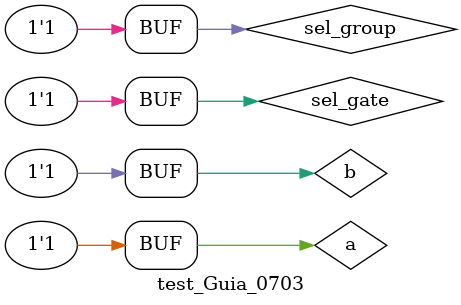
<source format=v>
/*
 Guia_0703.v
 0860668 - Ana Clara Lonczynski
*/

module Guia_0703 (output selected_out, input a, input b, input sel_group, input sel_gate);

// Definindo as operações lógicas
wire and_result, nand_result, or_result, nor_result;

// Operações lógicas para cada grupo
assign and_result = a & b;    // Operação AND
assign nand_result = ~(a & b); // Operação NAND
assign or_result = a | b;     // Operação OR
assign nor_result = ~(a | b);  // Operação NOR

// Fios intermediários para as seleções de portas
wire selected_and_nand, selected_or_nor;

// Seleção entre AND e NAND
assign selected_and_nand = (sel_gate & and_result) | (~sel_gate & nand_result);

// Seleção entre OR e NOR
assign selected_or_nor = (sel_gate & or_result) | (~sel_gate & nor_result);

// Seleção final entre os grupos AND/NAND ou OR/NOR
assign selected_out = (sel_group & selected_or_nor) | (~sel_group & selected_and_nand);

endmodule

// Módulo de teste
module test_Guia_0703;

reg a, b, sel_group, sel_gate;
wire selected_out;

// Instanciando o módulo principal
Guia_0703 LU (selected_out, a, b, sel_group, sel_gate);

// Início dos testes
initial begin
    $display("Guia_0703 - Testes da Unidade Lógica");
    $display("a b sel_group sel_gate | Selected Out");
    $monitor("%b %b      %b        %b      |    %b", a, b, sel_group, sel_gate, selected_out);

    // Testes com combinações de entradas e chaves de seleção
    a = 0; b = 0; sel_group = 0; sel_gate = 0; #10; // NAND
    a = 0; b = 1; sel_group = 0; sel_gate = 0; #10; // NAND
    a = 1; b = 0; sel_group = 0; sel_gate = 0; #10; // NAND
    a = 1; b = 1; sel_group = 0; sel_gate = 0; #10; // NAND

    sel_gate = 1; // Testando AND
    a = 0; b = 0; sel_group = 0; #10; // AND
    a = 0; b = 1; sel_group = 0; #10; // AND
    a = 1; b = 0; sel_group = 0; #10; // AND
    a = 1; b = 1; sel_group = 0; #10; // AND

    sel_group = 1; sel_gate = 0; // Testando NOR
    a = 0; b = 0; #10; // NOR
    a = 0; b = 1; #10; // NOR
    a = 1; b = 0; #10; // NOR
    a = 1; b = 1; #10; // NOR

    sel_gate = 1; // Testando OR
    a = 0; b = 0; #10; // OR
    a = 0; b = 1; #10; // OR
    a = 1; b = 0; #10; // OR
    a = 1; b = 1; #10; // OR
end

endmodule

</source>
